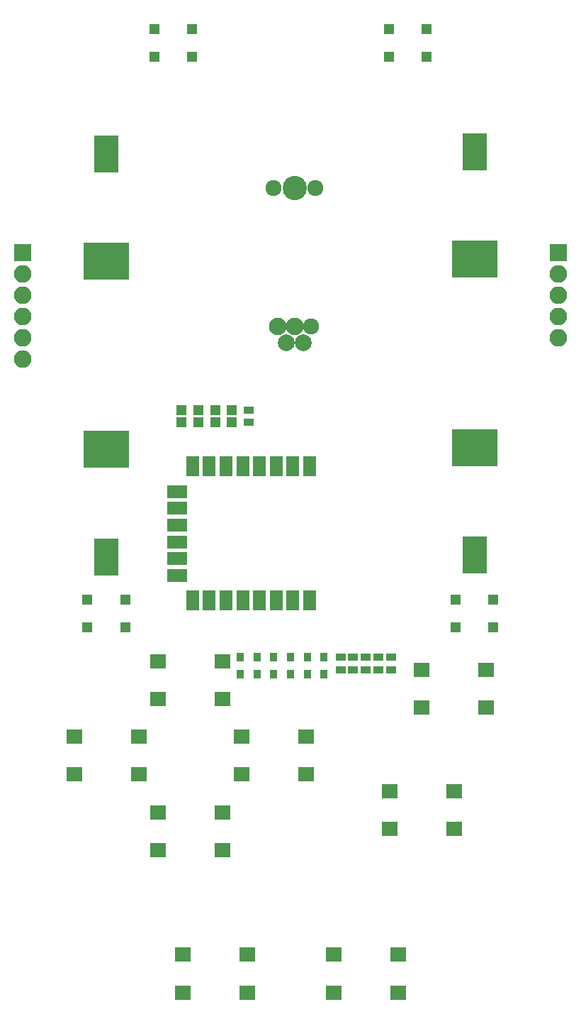
<source format=gbr>
G04 #@! TF.GenerationSoftware,KiCad,Pcbnew,(2017-07-14 revision d3b382c28)-master*
G04 #@! TF.CreationDate,2017-07-20T02:25:39-04:00*
G04 #@! TF.ProjectId,MAGLabs-2017-Swadges,4D41474C6162732D323031372D537761,rev?*
G04 #@! TF.SameCoordinates,Original
G04 #@! TF.FileFunction,Soldermask,Top*
G04 #@! TF.FilePolarity,Negative*
%FSLAX46Y46*%
G04 Gerber Fmt 4.6, Leading zero omitted, Abs format (unit mm)*
G04 Created by KiCad (PCBNEW (2017-07-14 revision d3b382c28)-master) date Thu Jul 20 02:25:39 2017*
%MOMM*%
%LPD*%
G01*
G04 APERTURE LIST*
%ADD10R,1.300000X0.900000*%
%ADD11R,2.900000X4.400000*%
%ADD12R,5.400000X4.400000*%
%ADD13C,2.100000*%
%ADD14C,1.924000*%
%ADD15C,2.900000*%
%ADD16C,2.000000*%
%ADD17R,1.950000X1.700000*%
%ADD18R,1.150000X1.200000*%
%ADD19R,0.850000X1.000000*%
%ADD20R,1.300000X1.300000*%
%ADD21O,2.100000X2.100000*%
%ADD22R,2.100000X2.100000*%
%ADD23R,1.600000X2.400000*%
%ADD24R,2.400000X1.600000*%
G04 APERTURE END LIST*
D10*
X148000000Y-111250000D03*
X148000000Y-112750000D03*
X146500000Y-112750000D03*
X146500000Y-111250000D03*
X145000000Y-112750000D03*
X145000000Y-111250000D03*
D11*
X158000000Y-99035000D03*
D12*
X158000000Y-86225000D03*
X158000000Y-63775000D03*
D11*
X158000000Y-50965000D03*
D13*
X134500000Y-71750000D03*
X136500000Y-71750000D03*
D14*
X138500000Y-71750000D03*
X139000000Y-55250000D03*
X134000000Y-55250000D03*
D15*
X136500000Y-55250000D03*
D16*
X135500000Y-73750000D03*
X137500000Y-73750000D03*
D17*
X151650000Y-112750000D03*
X159350000Y-112750000D03*
X159350000Y-117250000D03*
X151650000Y-117250000D03*
X147900000Y-127250000D03*
X155600000Y-127250000D03*
X155600000Y-131750000D03*
X147900000Y-131750000D03*
X141150000Y-146750000D03*
X148850000Y-146750000D03*
X148850000Y-151250000D03*
X141150000Y-151250000D03*
X123150000Y-146750000D03*
X130850000Y-146750000D03*
X130850000Y-151250000D03*
X123150000Y-151250000D03*
X130150000Y-120750000D03*
X137850000Y-120750000D03*
X137850000Y-125250000D03*
X130150000Y-125250000D03*
X120150000Y-129750000D03*
X127850000Y-129750000D03*
X127850000Y-134250000D03*
X120150000Y-134250000D03*
X120150000Y-111750000D03*
X127850000Y-111750000D03*
X127850000Y-116250000D03*
X120150000Y-116250000D03*
X110150000Y-120750000D03*
X117850000Y-120750000D03*
X117850000Y-125250000D03*
X110150000Y-125250000D03*
D11*
X114000000Y-51190000D03*
D12*
X114000000Y-64000000D03*
X114000000Y-86450000D03*
D11*
X114000000Y-99260000D03*
D18*
X123000000Y-83250000D03*
X123000000Y-81750000D03*
X129000000Y-81750000D03*
X129000000Y-83250000D03*
X125000000Y-83250000D03*
X125000000Y-81750000D03*
X127000000Y-81750000D03*
X127000000Y-83250000D03*
D19*
X130000000Y-113300000D03*
X130000000Y-111200000D03*
X132000000Y-113300000D03*
X132000000Y-111200000D03*
X134000000Y-113300000D03*
X134000000Y-111200000D03*
D20*
X116250000Y-107650000D03*
X111750000Y-107650000D03*
X116250000Y-104350000D03*
X111750000Y-104350000D03*
X155750000Y-104350000D03*
X160250000Y-104350000D03*
X155750000Y-107650000D03*
X160250000Y-107650000D03*
X147750000Y-36350000D03*
X152250000Y-36350000D03*
X147750000Y-39650000D03*
X152250000Y-39650000D03*
X124250000Y-39650000D03*
X119750000Y-39650000D03*
X124250000Y-36350000D03*
X119750000Y-36350000D03*
D19*
X136000000Y-113300000D03*
X136000000Y-111200000D03*
X138000000Y-111200000D03*
X138000000Y-113300000D03*
X140000000Y-111200000D03*
X140000000Y-113300000D03*
D21*
X104000000Y-75700000D03*
X104000000Y-73160000D03*
X104000000Y-70620000D03*
X104000000Y-68080000D03*
X104000000Y-65540000D03*
D22*
X104000000Y-63000000D03*
D21*
X168000000Y-73160000D03*
X168000000Y-70620000D03*
X168000000Y-68080000D03*
X168000000Y-65540000D03*
D22*
X168000000Y-63000000D03*
D10*
X131000000Y-83250000D03*
X131000000Y-81750000D03*
X143500000Y-112750000D03*
X143500000Y-111250000D03*
X142000000Y-111250000D03*
X142000000Y-112750000D03*
D23*
X138300000Y-104500000D03*
X136300000Y-104500000D03*
X134300000Y-104500000D03*
X132300000Y-104500000D03*
X130300000Y-104500000D03*
X128300000Y-104500000D03*
X126300000Y-104500000D03*
X124300000Y-104500000D03*
X138300000Y-88500000D03*
X136300000Y-88500000D03*
X134300000Y-88500000D03*
X132300000Y-88500000D03*
X130300000Y-88500000D03*
X128300000Y-88500000D03*
X126300000Y-88500000D03*
X124300000Y-88500000D03*
D24*
X122500000Y-91500000D03*
X122500000Y-93500000D03*
X122500000Y-95500000D03*
X122500000Y-101500000D03*
X122500000Y-99500000D03*
X122500000Y-97500000D03*
M02*

</source>
